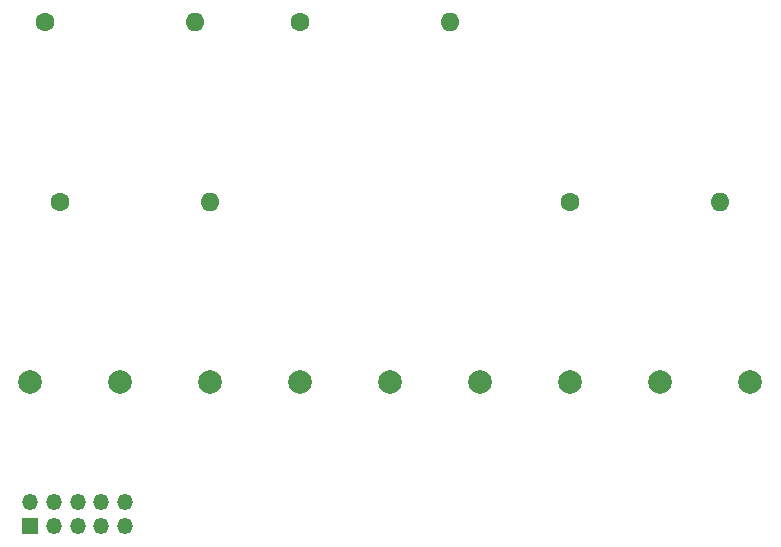
<source format=gbr>
%TF.GenerationSoftware,KiCad,Pcbnew,(7.0.0)*%
%TF.CreationDate,2023-03-24T11:34:11+01:00*%
%TF.ProjectId,PCH-1000JIG,5043482d-3130-4303-904a-49472e6b6963,rev?*%
%TF.SameCoordinates,Original*%
%TF.FileFunction,Soldermask,Top*%
%TF.FilePolarity,Negative*%
%FSLAX46Y46*%
G04 Gerber Fmt 4.6, Leading zero omitted, Abs format (unit mm)*
G04 Created by KiCad (PCBNEW (7.0.0)) date 2023-03-24 11:34:11*
%MOMM*%
%LPD*%
G01*
G04 APERTURE LIST*
%ADD10C,2.000000*%
%ADD11C,1.600000*%
%ADD12O,1.600000X1.600000*%
%ADD13R,1.350000X1.350000*%
%ADD14O,1.350000X1.350000*%
G04 APERTURE END LIST*
D10*
%TO.C,3v3 VCC*%
X48260000Y-51620000D03*
%TD*%
D11*
%TO.C,1k Ohms*%
X27940000Y-36380000D03*
D12*
X40639999Y-36379999D03*
%TD*%
D13*
%TO.C,Pin Header*%
X25399999Y-63779999D03*
D14*
X25399999Y-61779999D03*
X27399999Y-63779999D03*
X27399999Y-61779999D03*
X29399999Y-63779999D03*
X29399999Y-61779999D03*
X31399999Y-63779999D03*
X31399999Y-61779999D03*
X33399999Y-63779999D03*
X33399999Y-61779999D03*
%TD*%
D11*
%TO.C,1k Ohms*%
X26670000Y-21140000D03*
D12*
X39369999Y-21139999D03*
%TD*%
D10*
%TO.C,Vita TX/7*%
X55880000Y-51620000D03*
%TD*%
%TO.C,PC RX*%
X25400000Y-51620000D03*
%TD*%
%TO.C,UDC 12*%
X78740000Y-51620000D03*
%TD*%
%TO.C,UDC 3/GND*%
X86360000Y-51620000D03*
%TD*%
%TO.C,PC GND*%
X40640000Y-51620000D03*
%TD*%
D11*
%TO.C,1k Ohms*%
X48260000Y-21140000D03*
D12*
X60959999Y-21139999D03*
%TD*%
D10*
%TO.C,UDC 11*%
X71120000Y-51620000D03*
%TD*%
%TO.C,PC TX*%
X33020000Y-51620000D03*
%TD*%
%TO.C,Vita RX/6*%
X63500000Y-51620000D03*
%TD*%
D11*
%TO.C,220 Ohms*%
X71120000Y-36380000D03*
D12*
X83819999Y-36379999D03*
%TD*%
M02*

</source>
